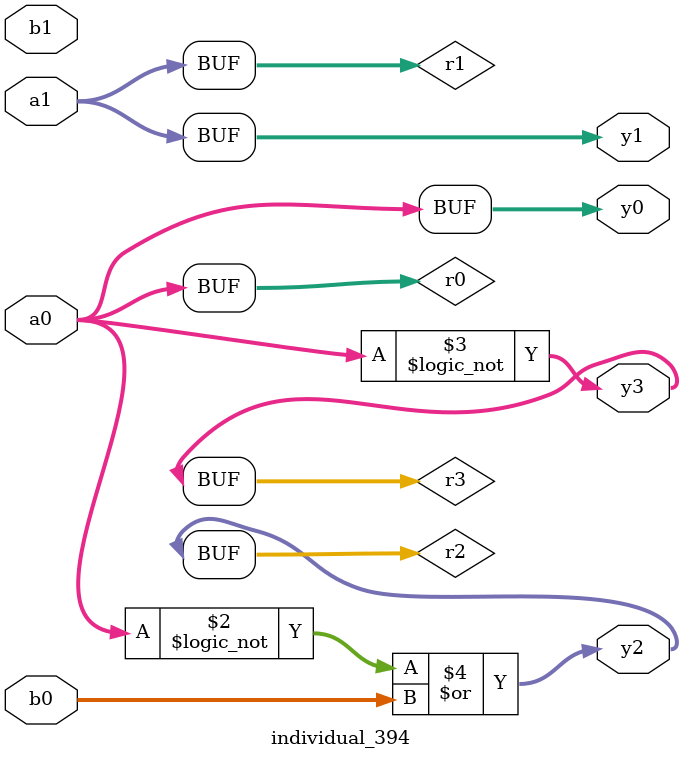
<source format=sv>
module individual_394(input logic [15:0] a1, input logic [15:0] a0, input logic [15:0] b1, input logic [15:0] b0, output logic [15:0] y3, output logic [15:0] y2, output logic [15:0] y1, output logic [15:0] y0);
logic [15:0] r0, r1, r2, r3; 
 always@(*) begin 
	 r0 = a0; r1 = a1; r2 = b0; r3 = b1; 
 	 r2 = ! a0 ;
 	 r3 = ! r0 ;
 	 r2  |=  b0 ;
 	 y3 = r3; y2 = r2; y1 = r1; y0 = r0; 
end
endmodule
</source>
